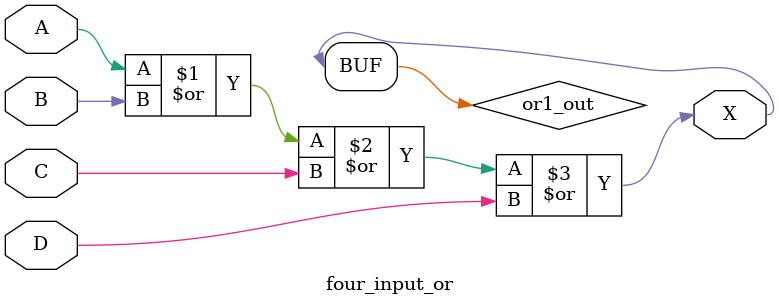
<source format=v>

module four_input_or (
    input A,
    input B,
    input C,
    input D,
    output X
);

    wire or1_out;

    or (or1_out, A, B, C, D);

    assign X = or1_out;

endmodule

</source>
